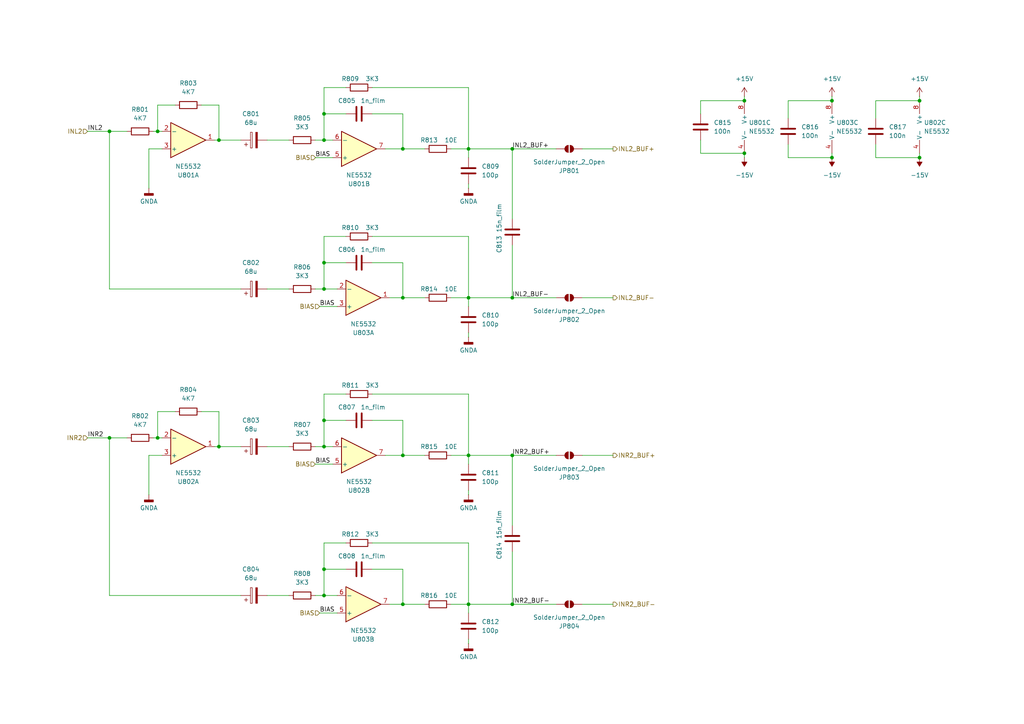
<source format=kicad_sch>
(kicad_sch (version 20250114) (generator "eeschema") (generator_version "9.0")
  (paper "A4")
  (lib_symbols
    (symbol "Amplifier_Operational:NE5532" (pin_names (offset 0.127))
      (property "Reference" "U" (at 0 5.08 0))
      (property "Value" "NE5532" (at 0 -5.08 0))
      (symbol "NE5532_1_1"
        (polyline (pts (xy -5.08 5.08) (xy 5.08 0) (xy -5.08 -5.08) (xy -5.08 5.08)) (stroke (width 0.254)) (fill (type background)))
        (pin input line (at -7.62 2.54 0) (length 2.54) (name "+") (number "3"))
        (pin input line (at -7.62 -2.54 0) (length 2.54) (name "-") (number "2"))
        (pin output line (at 7.62 0 180) (length 2.54) (name "~") (number "1"))
      )
      (symbol "NE5532_2_1"
        (polyline (pts (xy -5.08 5.08) (xy 5.08 0) (xy -5.08 -5.08) (xy -5.08 5.08)) (stroke (width 0.254)) (fill (type background)))
        (pin input line (at -7.62 2.54 0) (length 2.54) (name "+") (number "5"))
        (pin input line (at -7.62 -2.54 0) (length 2.54) (name "-") (number "6"))
        (pin output line (at 7.62 0 180) (length 2.54) (name "~") (number "7"))
      )
      (symbol "NE5532_3_1"
        (pin power_in line (at -2.54 7.62 270) (length 3.81) (name "V+") (number "8"))
        (pin power_in line (at -2.54 -7.62 90) (length 3.81) (name "V-") (number "4"))
      )
    )
    (symbol "Device:C" (pin_numbers (hide yes)) (pin_names (offset 0.254))
      (property "Reference" "C" (at 0.635 2.54 0))
      (property "Value" "C" (at 0.635 -2.54 0))
      (symbol "C_0_1"
        (polyline (pts (xy -2.032 0.762) (xy 2.032 0.762)) (stroke (width 0.508)))
        (polyline (pts (xy -2.032 -0.762) (xy 2.032 -0.762)) (stroke (width 0.508)))
      )
      (symbol "C_1_1"
        (pin passive line (at 0 3.81 270) (length 2.794) (name "~") (number "1"))
        (pin passive line (at 0 -3.81 90) (length 2.794) (name "~") (number "2"))
      )
    )
    (symbol "Device:C_Polarized" (pin_numbers (hide yes)) (pin_names (offset 0.254))
      (property "Reference" "C" (at 0.635 2.54 0))
      (property "Value" "C_Polarized" (at 0.635 -2.54 0))
      (symbol "C_Polarized_0_1"
        (rectangle (start -2.286 0.508) (end 2.286 1.016))
        (polyline (pts (xy -1.778 2.286) (xy -0.762 2.286)))
        (polyline (pts (xy -1.27 2.794) (xy -1.27 1.778)))
        (rectangle (start 2.286 -0.508) (end -2.286 -1.016) (fill (type outline)))
      )
      (symbol "C_Polarized_1_1"
        (pin passive line (at 0 3.81 270) (length 2.794) (name "~") (number "1"))
        (pin passive line (at 0 -3.81 90) (length 2.794) (name "~") (number "2"))
      )
    )
    (symbol "Device:R" (pin_numbers (hide yes)) (pin_names (offset 0))
      (property "Reference" "R" (at 2.032 0 90))
      (property "Value" "R" (at 0 0 90))
      (symbol "R_0_1"
        (rectangle (start -1.016 -2.54) (end 1.016 2.54) (stroke (width 0.254)))
      )
      (symbol "R_1_1"
        (pin passive line (at 0 3.81 270) (length 1.27) (name "~") (number "1"))
        (pin passive line (at 0 -3.81 90) (length 1.27) (name "~") (number "2"))
      )
    )
    (symbol "Jumper:SolderJumper_2_Open" (pin_numbers (hide yes)) (pin_names (offset 0) (hide yes)) (in_bom no)
      (property "Reference" "JP" (at 0 2.032 0))
      (property "Value" "SolderJumper_2_Open" (at 0 -2.54 0))
      (symbol "SolderJumper_2_Open_0_1"
        (polyline (pts (xy -0.254 1.016) (xy -0.254 -1.016)))
        (arc (start -0.254 -1.016) (mid -1.2656 0) (end -0.254 1.016))
        (arc (start -0.254 -1.016) (mid -1.2656 0) (end -0.254 1.016) (fill (type outline)))
        (arc (start 0.254 1.016) (mid 1.2656 0) (end 0.254 -1.016))
        (arc (start 0.254 1.016) (mid 1.2656 0) (end 0.254 -1.016) (fill (type outline)))
        (polyline (pts (xy 0.254 1.016) (xy 0.254 -1.016)))
      )
      (symbol "SolderJumper_2_Open_1_1"
        (pin passive line (at -3.81 0 0) (length 2.54) (name "A") (number "1"))
        (pin passive line (at 3.81 0 180) (length 2.54) (name "B") (number "2"))
      )
    )
    (symbol "power:+15V" (power) (pin_numbers (hide yes)) (pin_names (offset 0) (hide yes))
      (property "Value" "+15V" (at 0 3.556 0))
      (symbol "+15V_0_1"
        (polyline (pts (xy -0.762 1.27) (xy 0 2.54)))
        (polyline (pts (xy 0 2.54) (xy 0.762 1.27)))
        (polyline (pts (xy 0 0) (xy 0 2.54)))
      )
      (symbol "+15V_1_1"
        (pin power_in line (at 0 0 90) (length 0) (name "~") (number "1"))
      )
    )
    (symbol "power:-15V" (power) (pin_numbers (hide yes)) (pin_names (offset 0) (hide yes))
      (property "Value" "-15V" (at 0 3.556 0))
      (symbol "-15V_0_0"
        (pin power_in line (at 0 0 90) (length 0) (name "~") (number "1"))
      )
      (symbol "-15V_0_1"
        (polyline (pts (xy 0 0) (xy 0 1.27) (xy 0.762 1.27) (xy 0 2.54) (xy -0.762 1.27) (xy 0 1.27)) (fill (type outline)))
      )
    )
    (symbol "power:GNDD" (power) (pin_numbers (hide yes)) (pin_names (offset 0) (hide yes))
      (property "Value" "GNDD" (at 0 -3.175 0))
      (symbol "GNDD_0_1"
        (rectangle (start -1.27 -1.524) (end 1.27 -2.032) (stroke (width 0.254)) (fill (type outline)))
        (polyline (pts (xy 0 0) (xy 0 -1.524)))
      )
      (symbol "GNDD_1_1"
        (pin power_in line (at 0 0 270) (length 0) (name "~") (number "1"))
      )
    )
  )
  (junction (at 63.5 129.54))
  (junction (at 148.59 43.18))
  (junction (at 266.7 45.72))
  (junction (at 148.59 86.36))
  (junction (at 93.98 165.1))
  (junction (at 93.98 33.02))
  (junction (at 93.98 172.72))
  (junction (at 148.59 132.08))
  (junction (at 31.75 38.1))
  (junction (at 135.89 132.08))
  (junction (at 241.3 45.72))
  (junction (at 93.98 40.64))
  (junction (at 93.98 121.92))
  (junction (at 135.89 86.36))
  (junction (at 215.9 44.45))
  (junction (at 93.98 83.82))
  (junction (at 31.75 127))
  (junction (at 45.72 38.1))
  (junction (at 241.3 29.21))
  (junction (at 93.98 129.54))
  (junction (at 93.98 76.2))
  (junction (at 135.89 175.26))
  (junction (at 148.59 175.26))
  (junction (at 116.84 43.18))
  (junction (at 215.9 29.21))
  (junction (at 116.84 175.26))
  (junction (at 45.72 127))
  (junction (at 135.89 43.18))
  (junction (at 116.84 86.36))
  (junction (at 116.84 132.08))
  (junction (at 63.5 40.64))
  (junction (at 266.7 29.21))
  (wire (pts (xy 107.95 76.2) (xy 116.84 76.2)))
  (wire (pts (xy 43.18 132.08) (xy 43.18 143.51)))
  (wire (pts (xy 116.84 121.92) (xy 116.84 132.08)))
  (wire (pts (xy 116.84 76.2) (xy 116.84 86.36)))
  (wire (pts (xy 228.6 45.72) (xy 241.3 45.72)))
  (wire (pts (xy 100.33 157.48) (xy 93.98 157.48)))
  (wire (pts (xy 46.99 43.18) (xy 43.18 43.18)))
  (wire (pts (xy 63.5 40.64) (xy 69.85 40.64)))
  (wire (pts (xy 77.47 129.54) (xy 83.82 129.54)))
  (wire (pts (xy 100.33 114.3) (xy 93.98 114.3)))
  (wire (pts (xy 148.59 175.26) (xy 161.29 175.26)))
  (wire (pts (xy 92.71 88.9) (xy 97.79 88.9)))
  (wire (pts (xy 148.59 43.18) (xy 161.29 43.18)))
  (wire (pts (xy 31.75 38.1) (xy 36.83 38.1)))
  (wire (pts (xy 62.23 40.64) (xy 63.5 40.64)))
  (wire (pts (xy 100.33 33.02) (xy 93.98 33.02)))
  (wire (pts (xy 135.89 86.36) (xy 135.89 88.9)))
  (wire (pts (xy 69.85 172.72) (xy 31.75 172.72)))
  (wire (pts (xy 215.9 27.94) (xy 215.9 29.21)))
  (wire (pts (xy 228.6 29.21) (xy 241.3 29.21)))
  (wire (pts (xy 25.4 38.1) (xy 31.75 38.1)))
  (wire (pts (xy 116.84 165.1) (xy 116.84 175.26)))
  (wire (pts (xy 148.59 86.36) (xy 161.29 86.36)))
  (wire (pts (xy 135.89 43.18) (xy 130.81 43.18)))
  (wire (pts (xy 91.44 40.64) (xy 93.98 40.64)))
  (wire (pts (xy 135.89 185.42) (xy 135.89 186.69)))
  (wire (pts (xy 135.89 25.4) (xy 135.89 43.18)))
  (wire (pts (xy 69.85 83.82) (xy 31.75 83.82)))
  (wire (pts (xy 44.45 38.1) (xy 45.72 38.1)))
  (wire (pts (xy 135.89 132.08) (xy 135.89 134.62)))
  (wire (pts (xy 135.89 142.24) (xy 135.89 143.51)))
  (wire (pts (xy 135.89 132.08) (xy 148.59 132.08)))
  (wire (pts (xy 254 41.91) (xy 254 45.72)))
  (wire (pts (xy 50.8 30.48) (xy 45.72 30.48)))
  (wire (pts (xy 107.95 33.02) (xy 116.84 33.02)))
  (wire (pts (xy 168.91 86.36) (xy 177.8 86.36)))
  (wire (pts (xy 91.44 129.54) (xy 93.98 129.54)))
  (wire (pts (xy 168.91 132.08) (xy 177.8 132.08)))
  (wire (pts (xy 116.84 33.02) (xy 116.84 43.18)))
  (wire (pts (xy 228.6 41.91) (xy 228.6 45.72)))
  (wire (pts (xy 50.8 119.38) (xy 45.72 119.38)))
  (wire (pts (xy 58.42 119.38) (xy 63.5 119.38)))
  (wire (pts (xy 93.98 25.4) (xy 93.98 33.02)))
  (wire (pts (xy 148.59 132.08) (xy 148.59 152.4)))
  (wire (pts (xy 77.47 40.64) (xy 83.82 40.64)))
  (wire (pts (xy 63.5 119.38) (xy 63.5 129.54)))
  (wire (pts (xy 148.59 43.18) (xy 148.59 63.5)))
  (wire (pts (xy 46.99 132.08) (xy 43.18 132.08)))
  (wire (pts (xy 203.2 44.45) (xy 215.9 44.45)))
  (wire (pts (xy 91.44 83.82) (xy 93.98 83.82)))
  (wire (pts (xy 107.95 25.4) (xy 135.89 25.4)))
  (wire (pts (xy 93.98 165.1) (xy 93.98 172.72)))
  (wire (pts (xy 254 45.72) (xy 266.7 45.72)))
  (wire (pts (xy 135.89 175.26) (xy 135.89 177.8)))
  (wire (pts (xy 100.33 25.4) (xy 93.98 25.4)))
  (wire (pts (xy 93.98 76.2) (xy 93.98 83.82)))
  (wire (pts (xy 135.89 175.26) (xy 148.59 175.26)))
  (wire (pts (xy 116.84 132.08) (xy 111.76 132.08)))
  (wire (pts (xy 148.59 132.08) (xy 161.29 132.08)))
  (wire (pts (xy 91.44 172.72) (xy 93.98 172.72)))
  (wire (pts (xy 92.71 177.8) (xy 97.79 177.8)))
  (wire (pts (xy 93.98 129.54) (xy 96.52 129.54)))
  (wire (pts (xy 135.89 96.52) (xy 135.89 97.79)))
  (wire (pts (xy 63.5 129.54) (xy 69.85 129.54)))
  (wire (pts (xy 45.72 30.48) (xy 45.72 38.1)))
  (wire (pts (xy 93.98 121.92) (xy 93.98 129.54)))
  (wire (pts (xy 93.98 68.58) (xy 93.98 76.2)))
  (wire (pts (xy 45.72 38.1) (xy 46.99 38.1)))
  (wire (pts (xy 215.9 44.45) (xy 215.9 45.72)))
  (wire (pts (xy 100.33 76.2) (xy 93.98 76.2)))
  (wire (pts (xy 116.84 86.36) (xy 123.19 86.36)))
  (wire (pts (xy 93.98 40.64) (xy 96.52 40.64)))
  (wire (pts (xy 135.89 157.48) (xy 135.89 175.26)))
  (wire (pts (xy 266.7 44.45) (xy 266.7 45.72)))
  (wire (pts (xy 266.7 27.94) (xy 266.7 29.21)))
  (wire (pts (xy 241.3 27.94) (xy 241.3 29.21)))
  (wire (pts (xy 116.84 132.08) (xy 123.19 132.08)))
  (wire (pts (xy 31.75 127) (xy 36.83 127)))
  (wire (pts (xy 116.84 175.26) (xy 123.19 175.26)))
  (wire (pts (xy 135.89 86.36) (xy 148.59 86.36)))
  (wire (pts (xy 91.44 45.72) (xy 96.52 45.72)))
  (wire (pts (xy 77.47 83.82) (xy 83.82 83.82)))
  (wire (pts (xy 130.81 175.26) (xy 135.89 175.26)))
  (wire (pts (xy 148.59 86.36) (xy 148.59 71.12)))
  (wire (pts (xy 31.75 172.72) (xy 31.75 127)))
  (wire (pts (xy 130.81 86.36) (xy 135.89 86.36)))
  (wire (pts (xy 113.03 86.36) (xy 116.84 86.36)))
  (wire (pts (xy 168.91 175.26) (xy 177.8 175.26)))
  (wire (pts (xy 135.89 114.3) (xy 135.89 132.08)))
  (wire (pts (xy 93.98 157.48) (xy 93.98 165.1)))
  (wire (pts (xy 148.59 175.26) (xy 148.59 160.02)))
  (wire (pts (xy 107.95 157.48) (xy 135.89 157.48)))
  (wire (pts (xy 93.98 114.3) (xy 93.98 121.92)))
  (wire (pts (xy 62.23 129.54) (xy 63.5 129.54)))
  (wire (pts (xy 241.3 44.45) (xy 241.3 45.72)))
  (wire (pts (xy 116.84 43.18) (xy 111.76 43.18)))
  (wire (pts (xy 113.03 175.26) (xy 116.84 175.26)))
  (wire (pts (xy 44.45 127) (xy 45.72 127)))
  (wire (pts (xy 100.33 68.58) (xy 93.98 68.58)))
  (wire (pts (xy 93.98 33.02) (xy 93.98 40.64)))
  (wire (pts (xy 100.33 121.92) (xy 93.98 121.92)))
  (wire (pts (xy 107.95 121.92) (xy 116.84 121.92)))
  (wire (pts (xy 93.98 172.72) (xy 97.79 172.72)))
  (wire (pts (xy 107.95 114.3) (xy 135.89 114.3)))
  (wire (pts (xy 45.72 127) (xy 46.99 127)))
  (wire (pts (xy 135.89 68.58) (xy 135.89 86.36)))
  (wire (pts (xy 135.89 43.18) (xy 148.59 43.18)))
  (wire (pts (xy 25.4 127) (xy 31.75 127)))
  (wire (pts (xy 203.2 29.21) (xy 203.2 33.02)))
  (wire (pts (xy 135.89 132.08) (xy 130.81 132.08)))
  (wire (pts (xy 135.89 43.18) (xy 135.89 45.72)))
  (wire (pts (xy 93.98 83.82) (xy 97.79 83.82)))
  (wire (pts (xy 135.89 53.34) (xy 135.89 54.61)))
  (wire (pts (xy 203.2 29.21) (xy 215.9 29.21)))
  (wire (pts (xy 63.5 30.48) (xy 63.5 40.64)))
  (wire (pts (xy 168.91 43.18) (xy 177.8 43.18)))
  (wire (pts (xy 203.2 40.64) (xy 203.2 44.45)))
  (wire (pts (xy 43.18 43.18) (xy 43.18 54.61)))
  (wire (pts (xy 100.33 165.1) (xy 93.98 165.1)))
  (wire (pts (xy 228.6 29.21) (xy 228.6 34.29)))
  (wire (pts (xy 77.47 172.72) (xy 83.82 172.72)))
  (wire (pts (xy 254 29.21) (xy 266.7 29.21)))
  (wire (pts (xy 45.72 119.38) (xy 45.72 127)))
  (wire (pts (xy 107.95 165.1) (xy 116.84 165.1)))
  (wire (pts (xy 91.44 134.62) (xy 96.52 134.62)))
  (wire (pts (xy 116.84 43.18) (xy 123.19 43.18)))
  (wire (pts (xy 31.75 83.82) (xy 31.75 38.1)))
  (wire (pts (xy 107.95 68.58) (xy 135.89 68.58)))
  (wire (pts (xy 58.42 30.48) (xy 63.5 30.48)))
  (wire (pts (xy 254 29.21) (xy 254 34.29)))
  (label "INL2_BUF+" (at 148.59 43.18 0))
  (label "BIAS" (at 91.44 134.62 0))
  (label "BIAS" (at 91.44 45.72 0))
  (label "INR2" (at 25.4 127 0))
  (label "BIAS" (at 92.71 88.9 0))
  (label "BIAS" (at 92.71 177.8 0))
  (label "INL2" (at 25.4 38.1 0))
  (label "INL2_BUF-" (at 148.59 86.36 0))
  (label "INR2_BUF+" (at 148.59 132.08 0))
  (label "INR2_BUF-" (at 148.59 175.26 0))
  (hierarchical_label "INR2_BUF+" (shape output) (at 177.8 132.08 0))
  (hierarchical_label "INR2_BUF-" (shape output) (at 177.8 175.26 0))
  (hierarchical_label "INL2_BUF+" (shape output) (at 177.8 43.18 0))
  (hierarchical_label "BIAS" (shape input) (at 91.44 134.62 180))
  (hierarchical_label "INR2" (shape input) (at 25.4 127 180))
  (hierarchical_label "BIAS" (shape input) (at 92.71 88.9 180))
  (hierarchical_label "BIAS" (shape input) (at 91.5136 45.72 180))
  (hierarchical_label "BIAS" (shape input) (at 92.71 177.8 180))
  (hierarchical_label "INL2_BUF-" (shape output) (at 177.8 86.36 0))
  (hierarchical_label "INL2" (shape input) (at 25.4 38.1 180))
  (symbol (lib_id "Device:C") (at 135.89 138.43 0) (unit 1)
    (property "Reference" "C811" (at 139.7 137.1599 0) (effects (justify left)))
    (property "Value" "100p" (at 139.7 139.6999 0) (effects (justify left)))
    (property "Footprint" "Capacitor_SMD:C_0603_1608Metric_Pad1.08x0.95mm_HandSolder" (effects (hide yes)))
    (property "Description" "Unpolarized capacitor" (effects (hide yes)))
  )
  (symbol (lib_id "Device:C") (at 104.14 33.02 90) (unit 1)
    (property "Reference" "C805" (at 100.584 29.21 90))
    (property "Value" "1n_film" (at 108.204 29.21 90))
    (property "Footprint" "Capacitor_SMD:C_0603_1608Metric_Pad1.08x0.95mm_HandSolder" (effects (hide yes)))
    (property "Description" "Unpolarized capacitor" (effects (hide yes)))
  )
  (symbol (lib_id "Amplifier_Operational:NE5532") (at 104.14 132.08 0) (mirror x) (unit 2)
    (property "Reference" "U802" (at 104.14 142.24 0))
    (property "Value" "NE5532" (at 104.14 139.7 0))
    (property "Datasheet" "http://www.ti.com/lit/ds/symlink/ne5532.pdf" (effects (hide yes)))
    (property "Description" "Dual Low-Noise Operational Amplifiers, DIP-8/SOIC-8" (effects (hide yes)))
  )
  (symbol (lib_id "Device:C") (at 228.6 38.1 0) (unit 1)
    (property "Reference" "C816" (at 232.41 36.8299 0) (effects (justify left)))
    (property "Value" "100n" (at 232.41 39.3699 0) (effects (justify left)))
    (property "Footprint" "Capacitor_SMD:C_0603_1608Metric_Pad1.08x0.95mm_HandSolder" (effects (hide yes)))
    (property "Description" "Unpolarized capacitor" (effects (hide yes)))
  )
  (symbol (lib_id "Device:R") (at 54.61 30.48 90) (unit 1)
    (property "Reference" "R803" (at 54.61 24.13 90))
    (property "Value" "4K7" (at 54.61 26.67 90))
    (property "Footprint" "Resistor_SMD:R_0603_1608Metric_Pad0.98x0.95mm_HandSolder" (effects (hide yes)))
    (property "Description" "Resistor" (effects (hide yes)))
  )
  (symbol (lib_id "power:GNDD") (at 43.18 143.51 0) (unit 1)
    (property "Reference" "#PWR0802" (effects (hide yes)))
    (property "Value" "GNDA" (at 43.18 147.32 0))
    (property "Description" "Power symbol creates a global label with name \"GNDD\" , digital ground" (effects (hide yes)))
  )
  (symbol (lib_id "Device:R") (at 127 132.08 90) (unit 1)
    (property "Reference" "R815" (at 124.46 129.54 90))
    (property "Value" "10E" (at 130.81 129.54 90))
    (property "Footprint" "Resistor_SMD:R_0603_1608Metric_Pad0.98x0.95mm_HandSolder" (effects (hide yes)))
    (property "Description" "Resistor" (effects (hide yes)))
  )
  (symbol (lib_id "Device:C_Polarized") (at 73.66 83.82 90) (unit 1)
    (property "Reference" "C802" (at 72.771 76.2 90))
    (property "Value" "68u" (at 72.771 78.74 90))
    (property "Description" "Polarized capacitor" (effects (hide yes)))
  )
  (symbol (lib_id "Device:C") (at 254 38.1 0) (unit 1)
    (property "Reference" "C817" (at 257.81 36.8299 0) (effects (justify left)))
    (property "Value" "100n" (at 257.81 39.3699 0) (effects (justify left)))
    (property "Footprint" "Capacitor_SMD:C_0603_1608Metric_Pad1.08x0.95mm_HandSolder" (effects (hide yes)))
    (property "Description" "Unpolarized capacitor" (effects (hide yes)))
  )
  (symbol (lib_id "power:+15V") (at 215.9 27.94 0) (unit 1)
    (property "Reference" "#PWR0807" (effects (hide yes)))
    (property "Value" "+15V" (at 215.9 22.86 0))
    (property "Description" "Power symbol creates a global label with name \"+15V\"" (effects (hide yes)))
  )
  (symbol (lib_id "power:+15V") (at 241.3 27.94 0) (unit 1)
    (property "Reference" "#PWR0809" (effects (hide yes)))
    (property "Value" "+15V" (at 241.3 22.86 0))
    (property "Description" "Power symbol creates a global label with name \"+15V\"" (effects (hide yes)))
  )
  (symbol (lib_id "Device:C") (at 135.89 92.71 0) (unit 1)
    (property "Reference" "C810" (at 139.7 91.4399 0) (effects (justify left)))
    (property "Value" "100p" (at 139.7 93.9799 0) (effects (justify left)))
    (property "Footprint" "Capacitor_SMD:C_0603_1608Metric_Pad1.08x0.95mm_HandSolder" (effects (hide yes)))
    (property "Description" "Unpolarized capacitor" (effects (hide yes)))
  )
  (symbol (lib_id "power:+15V") (at 266.7 27.94 0) (unit 1)
    (property "Reference" "#PWR0811" (effects (hide yes)))
    (property "Value" "+15V" (at 266.7 22.86 0))
    (property "Description" "Power symbol creates a global label with name \"+15V\"" (effects (hide yes)))
  )
  (symbol (lib_id "Device:R") (at 127 86.36 90) (unit 1)
    (property "Reference" "R814" (at 124.46 83.82 90))
    (property "Value" "10E" (at 130.81 83.82 90))
    (property "Footprint" "Resistor_SMD:R_0603_1608Metric_Pad0.98x0.95mm_HandSolder" (effects (hide yes)))
    (property "Description" "Resistor" (effects (hide yes)))
  )
  (symbol (lib_id "Amplifier_Operational:NE5532") (at 104.14 43.18 0) (mirror x) (unit 2)
    (property "Reference" "U801" (at 104.14 53.34 0))
    (property "Value" "NE5532" (at 104.14 50.8 0))
    (property "Datasheet" "http://www.ti.com/lit/ds/symlink/ne5532.pdf" (effects (hide yes)))
    (property "Description" "Dual Low-Noise Operational Amplifiers, DIP-8/SOIC-8" (effects (hide yes)))
  )
  (symbol (lib_id "Device:R") (at 104.14 25.4 90) (unit 1)
    (property "Reference" "R809" (at 101.6 22.86 90))
    (property "Value" "3K3" (at 107.95 22.86 90))
    (property "Footprint" "Resistor_SMD:R_0603_1608Metric_Pad0.98x0.95mm_HandSolder" (effects (hide yes)))
    (property "Description" "Resistor" (effects (hide yes)))
  )
  (symbol (lib_id "Amplifier_Operational:NE5532") (at 105.41 86.36 0) (mirror x) (unit 1)
    (property "Reference" "U803" (at 105.41 96.52 0))
    (property "Value" "NE5532" (at 105.41 93.98 0))
    (property "Datasheet" "http://www.ti.com/lit/ds/symlink/ne5532.pdf" (effects (hide yes)))
    (property "Description" "Dual Low-Noise Operational Amplifiers, DIP-8/SOIC-8" (effects (hide yes)))
  )
  (symbol (lib_id "Amplifier_Operational:NE5532") (at 218.44 36.83 0) (unit 3)
    (property "Reference" "U801" (at 217.17 35.5599 0) (effects (justify left)))
    (property "Value" "NE5532" (at 217.17 38.0999 0) (effects (justify left)))
    (property "Datasheet" "http://www.ti.com/lit/ds/symlink/ne5532.pdf" (effects (hide yes)))
    (property "Description" "Dual Low-Noise Operational Amplifiers, DIP-8/SOIC-8" (effects (hide yes)))
  )
  (symbol (lib_id "Device:R") (at 40.64 127 90) (unit 1)
    (property "Reference" "R802" (at 40.64 120.65 90))
    (property "Value" "4K7" (at 40.64 123.19 90))
    (property "Footprint" "Resistor_SMD:R_0603_1608Metric_Pad0.98x0.95mm_HandSolder" (effects (hide yes)))
    (property "Description" "Resistor" (effects (hide yes)))
  )
  (symbol (lib_id "Device:C") (at 148.59 67.31 180) (unit 1)
    (property "Reference" "C813" (at 144.78 70.866 90))
    (property "Value" "15n_film" (at 144.78 63.246 90))
    (property "Footprint" "Capacitor_SMD:C_0603_1608Metric_Pad1.08x0.95mm_HandSolder" (effects (hide yes)))
    (property "Description" "Unpolarized capacitor" (effects (hide yes)))
  )
  (symbol (lib_id "Device:R") (at 54.61 119.38 90) (unit 1)
    (property "Reference" "R804" (at 54.61 113.03 90))
    (property "Value" "4K7" (at 54.61 115.57 90))
    (property "Footprint" "Resistor_SMD:R_0603_1608Metric_Pad0.98x0.95mm_HandSolder" (effects (hide yes)))
    (property "Description" "Resistor" (effects (hide yes)))
  )
  (symbol (lib_id "Jumper:SolderJumper_2_Open") (at 165.1 175.26 180) (unit 1) (in_bom no)
    (property "Reference" "JP804" (at 165.1 181.61 0))
    (property "Value" "SolderJumper_2_Open" (at 165.1 179.07 0))
    (property "Footprint" "Jumper:SolderJumper-2_P1.3mm_Open_Pad1.0x1.5mm" (effects (hide yes)))
    (property "Description" "Solder Jumper, 2-pole, open" (effects (hide yes)))
  )
  (symbol (lib_id "Amplifier_Operational:NE5532") (at 54.61 40.64 0) (mirror x) (unit 1)
    (property "Reference" "U801" (at 54.61 50.8 0))
    (property "Value" "NE5532" (at 54.61 48.26 0))
    (property "Datasheet" "http://www.ti.com/lit/ds/symlink/ne5532.pdf" (effects (hide yes)))
    (property "Description" "Dual Low-Noise Operational Amplifiers, DIP-8/SOIC-8" (effects (hide yes)))
  )
  (symbol (lib_id "Device:R") (at 127 43.18 90) (unit 1)
    (property "Reference" "R813" (at 124.46 40.64 90))
    (property "Value" "10E" (at 130.81 40.64 90))
    (property "Footprint" "Resistor_SMD:R_0603_1608Metric_Pad0.98x0.95mm_HandSolder" (effects (hide yes)))
    (property "Description" "Resistor" (effects (hide yes)))
  )
  (symbol (lib_id "power:GNDD") (at 135.89 186.69 0) (unit 1)
    (property "Reference" "#PWR0806" (effects (hide yes)))
    (property "Value" "GNDA" (at 135.89 190.5 0))
    (property "Description" "Power symbol creates a global label with name \"GNDD\" , digital ground" (effects (hide yes)))
  )
  (symbol (lib_id "Device:R") (at 104.14 114.3 90) (unit 1)
    (property "Reference" "R811" (at 101.6 111.76 90))
    (property "Value" "3K3" (at 107.95 111.76 90))
    (property "Footprint" "Resistor_SMD:R_0603_1608Metric_Pad0.98x0.95mm_HandSolder" (effects (hide yes)))
    (property "Description" "Resistor" (effects (hide yes)))
  )
  (symbol (lib_id "Device:R") (at 87.63 40.64 90) (unit 1)
    (property "Reference" "R805" (at 87.63 34.29 90))
    (property "Value" "3K3" (at 87.63 36.83 90))
    (property "Footprint" "Resistor_SMD:R_0603_1608Metric_Pad0.98x0.95mm_HandSolder" (effects (hide yes)))
    (property "Description" "Resistor" (effects (hide yes)))
  )
  (symbol (lib_id "power:-15V") (at 215.9 45.72 180) (unit 1)
    (property "Reference" "#PWR0808" (effects (hide yes)))
    (property "Value" "-15V" (at 215.9 50.8 0))
    (property "Description" "Power symbol creates a global label with name \"-15V\"" (effects (hide yes)))
  )
  (symbol (lib_id "Device:C") (at 135.89 181.61 0) (unit 1)
    (property "Reference" "C812" (at 139.7 180.3399 0) (effects (justify left)))
    (property "Value" "100p" (at 139.7 182.8799 0) (effects (justify left)))
    (property "Footprint" "Capacitor_SMD:C_0603_1608Metric_Pad1.08x0.95mm_HandSolder" (effects (hide yes)))
    (property "Description" "Unpolarized capacitor" (effects (hide yes)))
  )
  (symbol (lib_id "Device:C_Polarized") (at 73.66 40.64 90) (unit 1)
    (property "Reference" "C801" (at 72.771 33.02 90))
    (property "Value" "68u" (at 72.771 35.56 90))
    (property "Description" "Polarized capacitor" (effects (hide yes)))
  )
  (symbol (lib_id "power:GNDD") (at 43.18 54.61 0) (unit 1)
    (property "Reference" "#PWR0801" (effects (hide yes)))
    (property "Value" "GNDA" (at 43.18 58.42 0))
    (property "Description" "Power symbol creates a global label with name \"GNDD\" , digital ground" (effects (hide yes)))
  )
  (symbol (lib_id "Device:C") (at 148.59 156.21 180) (unit 1)
    (property "Reference" "C814" (at 144.78 159.766 90))
    (property "Value" "15n_film" (at 144.78 152.146 90))
    (property "Footprint" "Capacitor_SMD:C_0603_1608Metric_Pad1.08x0.95mm_HandSolder" (effects (hide yes)))
    (property "Description" "Unpolarized capacitor" (effects (hide yes)))
  )
  (symbol (lib_id "Device:R") (at 87.63 129.54 90) (unit 1)
    (property "Reference" "R807" (at 87.63 123.19 90))
    (property "Value" "3K3" (at 87.63 125.73 90))
    (property "Footprint" "Resistor_SMD:R_0603_1608Metric_Pad0.98x0.95mm_HandSolder" (effects (hide yes)))
    (property "Description" "Resistor" (effects (hide yes)))
  )
  (symbol (lib_id "Device:R") (at 104.14 68.58 90) (unit 1)
    (property "Reference" "R810" (at 101.6 66.04 90))
    (property "Value" "3K3" (at 107.95 66.04 90))
    (property "Footprint" "Resistor_SMD:R_0603_1608Metric_Pad0.98x0.95mm_HandSolder" (effects (hide yes)))
    (property "Description" "Resistor" (effects (hide yes)))
  )
  (symbol (lib_id "power:GNDD") (at 135.89 143.51 0) (unit 1)
    (property "Reference" "#PWR0805" (effects (hide yes)))
    (property "Value" "GNDA" (at 135.89 147.32 0))
    (property "Description" "Power symbol creates a global label with name \"GNDD\" , digital ground" (effects (hide yes)))
  )
  (symbol (lib_id "Device:R") (at 40.64 38.1 90) (unit 1)
    (property "Reference" "R801" (at 40.64 31.75 90))
    (property "Value" "4K7" (at 40.64 34.29 90))
    (property "Footprint" "Resistor_SMD:R_0603_1608Metric_Pad0.98x0.95mm_HandSolder" (effects (hide yes)))
    (property "Description" "Resistor" (effects (hide yes)))
  )
  (symbol (lib_id "power:GNDD") (at 135.89 97.79 0) (unit 1)
    (property "Reference" "#PWR0804" (effects (hide yes)))
    (property "Value" "GNDA" (at 135.89 101.6 0))
    (property "Description" "Power symbol creates a global label with name \"GNDD\" , digital ground" (effects (hide yes)))
  )
  (symbol (lib_id "Device:C_Polarized") (at 73.66 129.54 90) (unit 1)
    (property "Reference" "C803" (at 72.771 121.92 90))
    (property "Value" "68u" (at 72.771 124.46 90))
    (property "Description" "Polarized capacitor" (effects (hide yes)))
  )
  (symbol (lib_id "Amplifier_Operational:NE5532") (at 105.41 175.26 0) (mirror x) (unit 2)
    (property "Reference" "U803" (at 105.41 185.42 0))
    (property "Value" "NE5532" (at 105.41 182.88 0))
    (property "Datasheet" "http://www.ti.com/lit/ds/symlink/ne5532.pdf" (effects (hide yes)))
    (property "Description" "Dual Low-Noise Operational Amplifiers, DIP-8/SOIC-8" (effects (hide yes)))
  )
  (symbol (lib_id "Amplifier_Operational:NE5532") (at 54.61 129.54 0) (mirror x) (unit 1)
    (property "Reference" "U802" (at 54.61 139.7 0))
    (property "Value" "NE5532" (at 54.61 137.16 0))
    (property "Datasheet" "http://www.ti.com/lit/ds/symlink/ne5532.pdf" (effects (hide yes)))
    (property "Description" "Dual Low-Noise Operational Amplifiers, DIP-8/SOIC-8" (effects (hide yes)))
  )
  (symbol (lib_id "Device:R") (at 127 175.26 90) (unit 1)
    (property "Reference" "R816" (at 124.46 172.72 90))
    (property "Value" "10E" (at 130.81 172.72 90))
    (property "Footprint" "Resistor_SMD:R_0603_1608Metric_Pad0.98x0.95mm_HandSolder" (effects (hide yes)))
    (property "Description" "Resistor" (effects (hide yes)))
  )
  (symbol (lib_id "Device:C") (at 104.14 76.2 90) (unit 1)
    (property "Reference" "C806" (at 100.584 72.39 90))
    (property "Value" "1n_film" (at 108.204 72.39 90))
    (property "Footprint" "Capacitor_SMD:C_0603_1608Metric_Pad1.08x0.95mm_HandSolder" (effects (hide yes)))
    (property "Description" "Unpolarized capacitor" (effects (hide yes)))
  )
  (symbol (lib_id "Amplifier_Operational:NE5532") (at 269.24 36.83 0) (unit 3)
    (property "Reference" "U802" (at 267.97 35.5599 0) (effects (justify left)))
    (property "Value" "NE5532" (at 267.97 38.0999 0) (effects (justify left)))
    (property "Datasheet" "http://www.ti.com/lit/ds/symlink/ne5532.pdf" (effects (hide yes)))
    (property "Description" "Dual Low-Noise Operational Amplifiers, DIP-8/SOIC-8" (effects (hide yes)))
  )
  (symbol (lib_id "Device:C") (at 135.89 49.53 0) (unit 1)
    (property "Reference" "C809" (at 139.7 48.2599 0) (effects (justify left)))
    (property "Value" "100p" (at 139.7 50.7999 0) (effects (justify left)))
    (property "Footprint" "Capacitor_SMD:C_0603_1608Metric_Pad1.08x0.95mm_HandSolder" (effects (hide yes)))
    (property "Description" "Unpolarized capacitor" (effects (hide yes)))
  )
  (symbol (lib_id "power:GNDD") (at 135.89 54.61 0) (unit 1)
    (property "Reference" "#PWR0803" (effects (hide yes)))
    (property "Value" "GNDA" (at 135.89 58.42 0))
    (property "Description" "Power symbol creates a global label with name \"GNDD\" , digital ground" (effects (hide yes)))
  )
  (symbol (lib_id "power:-15V") (at 241.3 45.72 180) (unit 1)
    (property "Reference" "#PWR0810" (effects (hide yes)))
    (property "Value" "-15V" (at 241.3 50.8 0))
    (property "Description" "Power symbol creates a global label with name \"-15V\"" (effects (hide yes)))
  )
  (symbol (lib_id "Jumper:SolderJumper_2_Open") (at 165.1 86.36 180) (unit 1) (in_bom no)
    (property "Reference" "JP802" (at 165.1 92.71 0))
    (property "Value" "SolderJumper_2_Open" (at 165.1 90.17 0))
    (property "Footprint" "Jumper:SolderJumper-2_P1.3mm_Open_Pad1.0x1.5mm" (effects (hide yes)))
    (property "Description" "Solder Jumper, 2-pole, open" (effects (hide yes)))
  )
  (symbol (lib_id "Device:R") (at 87.63 83.82 90) (unit 1)
    (property "Reference" "R806" (at 87.63 77.47 90))
    (property "Value" "3K3" (at 87.63 80.01 90))
    (property "Footprint" "Resistor_SMD:R_0603_1608Metric_Pad0.98x0.95mm_HandSolder" (effects (hide yes)))
    (property "Description" "Resistor" (effects (hide yes)))
  )
  (symbol (lib_id "Device:C") (at 104.14 165.1 90) (unit 1)
    (property "Reference" "C808" (at 100.584 161.29 90))
    (property "Value" "1n_film" (at 108.204 161.29 90))
    (property "Footprint" "Capacitor_SMD:C_0603_1608Metric_Pad1.08x0.95mm_HandSolder" (effects (hide yes)))
    (property "Description" "Unpolarized capacitor" (effects (hide yes)))
  )
  (symbol (lib_id "Amplifier_Operational:NE5532") (at 243.84 36.83 0) (unit 3)
    (property "Reference" "U803" (at 242.57 35.5599 0) (effects (justify left)))
    (property "Value" "NE5532" (at 242.57 38.0999 0) (effects (justify left)))
    (property "Datasheet" "http://www.ti.com/lit/ds/symlink/ne5532.pdf" (effects (hide yes)))
    (property "Description" "Dual Low-Noise Operational Amplifiers, DIP-8/SOIC-8" (effects (hide yes)))
  )
  (symbol (lib_id "Device:C") (at 203.2 36.83 0) (unit 1)
    (property "Reference" "C815" (at 207.01 35.5599 0) (effects (justify left)))
    (property "Value" "100n" (at 207.01 38.0999 0) (effects (justify left)))
    (property "Footprint" "Capacitor_SMD:C_0603_1608Metric_Pad1.08x0.95mm_HandSolder" (effects (hide yes)))
    (property "Description" "Unpolarized capacitor" (effects (hide yes)))
  )
  (symbol (lib_id "Device:R") (at 87.63 172.72 90) (unit 1)
    (property "Reference" "R808" (at 87.63 166.37 90))
    (property "Value" "3K3" (at 87.63 168.91 90))
    (property "Footprint" "Resistor_SMD:R_0603_1608Metric_Pad0.98x0.95mm_HandSolder" (effects (hide yes)))
    (property "Description" "Resistor" (effects (hide yes)))
  )
  (symbol (lib_id "Jumper:SolderJumper_2_Open") (at 165.1 43.18 180) (unit 1) (in_bom no)
    (property "Reference" "JP801" (at 165.1 49.53 0))
    (property "Value" "SolderJumper_2_Open" (at 165.1 46.99 0))
    (property "Footprint" "Jumper:SolderJumper-2_P1.3mm_Open_Pad1.0x1.5mm" (effects (hide yes)))
    (property "Description" "Solder Jumper, 2-pole, open" (effects (hide yes)))
  )
  (symbol (lib_id "Device:C") (at 104.14 121.92 90) (unit 1)
    (property "Reference" "C807" (at 100.584 118.11 90))
    (property "Value" "1n_film" (at 108.204 118.11 90))
    (property "Footprint" "Capacitor_SMD:C_0603_1608Metric_Pad1.08x0.95mm_HandSolder" (effects (hide yes)))
    (property "Description" "Unpolarized capacitor" (effects (hide yes)))
  )
  (symbol (lib_id "Jumper:SolderJumper_2_Open") (at 165.1 132.08 180) (unit 1) (in_bom no)
    (property "Reference" "JP803" (at 165.1 138.43 0))
    (property "Value" "SolderJumper_2_Open" (at 165.1 135.89 0))
    (property "Footprint" "Jumper:SolderJumper-2_P1.3mm_Open_Pad1.0x1.5mm" (effects (hide yes)))
    (property "Description" "Solder Jumper, 2-pole, open" (effects (hide yes)))
  )
  (symbol (lib_id "Device:C_Polarized") (at 73.66 172.72 90) (unit 1)
    (property "Reference" "C804" (at 72.771 165.1 90))
    (property "Value" "68u" (at 72.771 167.64 90))
    (property "Description" "Polarized capacitor" (effects (hide yes)))
  )
  (symbol (lib_id "Device:R") (at 104.14 157.48 90) (unit 1)
    (property "Reference" "R812" (at 101.6 154.94 90))
    (property "Value" "3K3" (at 107.95 154.94 90))
    (property "Footprint" "Resistor_SMD:R_0603_1608Metric_Pad0.98x0.95mm_HandSolder" (effects (hide yes)))
    (property "Description" "Resistor" (effects (hide yes)))
  )
  (symbol (lib_id "power:-15V") (at 266.7 45.72 180) (unit 1)
    (property "Reference" "#PWR0812" (effects (hide yes)))
    (property "Value" "-15V" (at 266.7 50.8 0))
    (property "Description" "Power symbol creates a global label with name \"-15V\"" (effects (hide yes)))
  )
)
</source>
